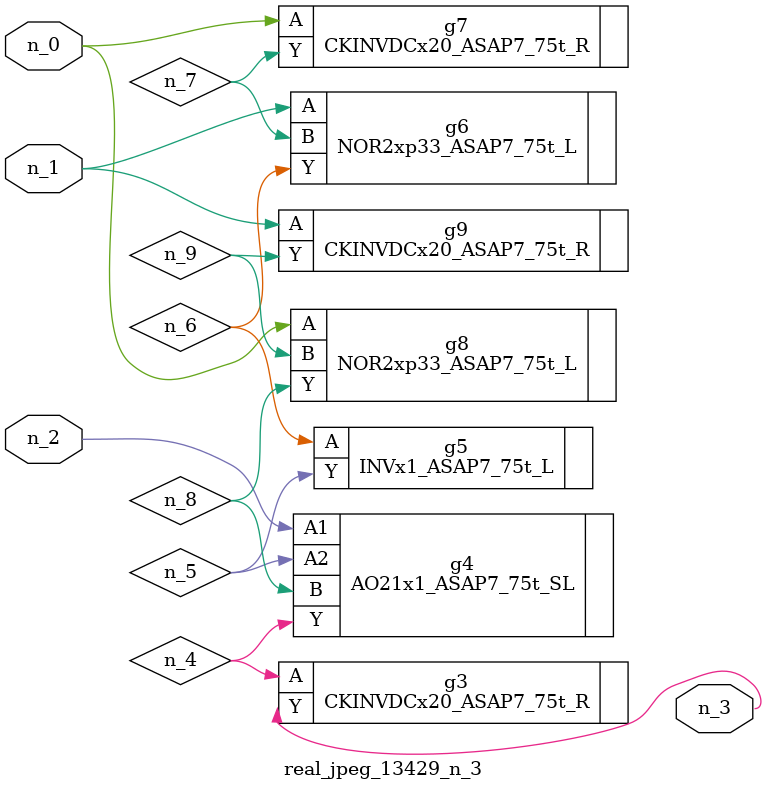
<source format=v>
module real_jpeg_13429_n_3 (n_1, n_0, n_2, n_3);

input n_1;
input n_0;
input n_2;

output n_3;

wire n_5;
wire n_8;
wire n_4;
wire n_6;
wire n_7;
wire n_9;

CKINVDCx20_ASAP7_75t_R g7 ( 
.A(n_0),
.Y(n_7)
);

NOR2xp33_ASAP7_75t_L g8 ( 
.A(n_0),
.B(n_9),
.Y(n_8)
);

NOR2xp33_ASAP7_75t_L g6 ( 
.A(n_1),
.B(n_7),
.Y(n_6)
);

CKINVDCx20_ASAP7_75t_R g9 ( 
.A(n_1),
.Y(n_9)
);

AO21x1_ASAP7_75t_SL g4 ( 
.A1(n_2),
.A2(n_5),
.B(n_8),
.Y(n_4)
);

CKINVDCx20_ASAP7_75t_R g3 ( 
.A(n_4),
.Y(n_3)
);

INVx1_ASAP7_75t_L g5 ( 
.A(n_6),
.Y(n_5)
);


endmodule
</source>
